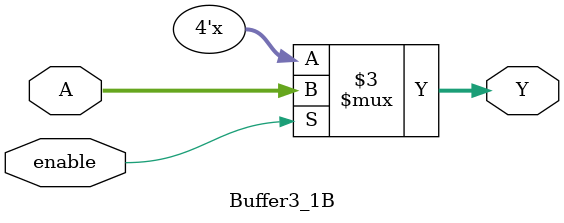
<source format=v>

module Buffer3_1B (A, enable, Y);
input [3:0]A; input enable; 
output reg [3:0]Y;

always @ (*)
    if (enable) begin
        Y<=A;
    end
    else begin 
        Y <=4'bzzzz;
    end

endmodule
</source>
